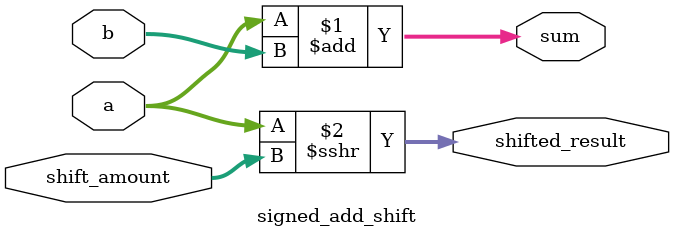
<source format=sv>
module signed_add_shift (
    input signed [7:0] a,
    input signed [7:0] b,
    input [2:0] shift_amount,
    output signed [7:0] sum,
    output signed [7:0] shifted_result
);
    assign sum = a + b;                  // 加法
    assign shifted_result = a >>> shift_amount;  // 带符号右移
endmodule


</source>
